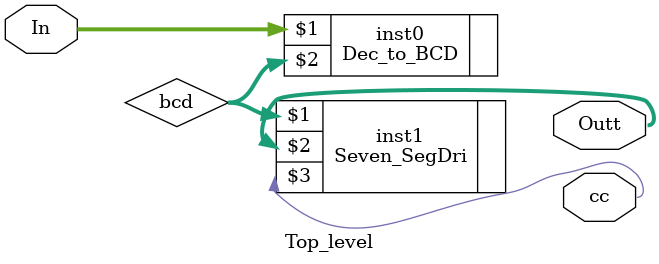
<source format=v>
`timescale 1ns / 1ps


module Top_level(In, cc, Outt);
input [9:0] In;
output cc;
output [6:0] Outt;

wire [3:0] bcd;

Dec_to_BCD inst0(In, bcd);
Seven_SegDri inst1(bcd, Outt, cc);
endmodule

















</source>
